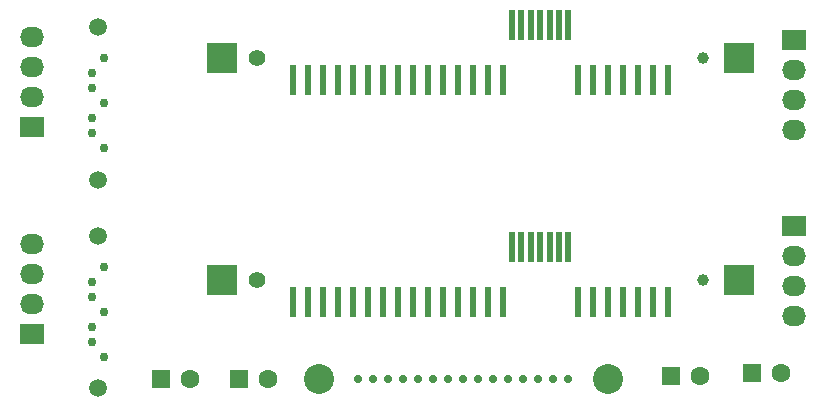
<source format=gbr>
%TF.GenerationSoftware,KiCad,Pcbnew,(5.1.10)-1*%
%TF.CreationDate,2021-07-14T07:55:42+08:00*%
%TF.ProjectId,2.5_SAS_Backend,322e355f-5341-4535-9f42-61636b656e64,rev?*%
%TF.SameCoordinates,Original*%
%TF.FileFunction,Soldermask,Bot*%
%TF.FilePolarity,Negative*%
%FSLAX46Y46*%
G04 Gerber Fmt 4.6, Leading zero omitted, Abs format (unit mm)*
G04 Created by KiCad (PCBNEW (5.1.10)-1) date 2021-07-14 07:55:42*
%MOMM*%
%LPD*%
G01*
G04 APERTURE LIST*
%ADD10C,1.600000*%
%ADD11R,1.600000X1.600000*%
%ADD12R,2.030000X1.730000*%
%ADD13O,2.030000X1.730000*%
%ADD14C,0.700000*%
%ADD15C,2.540000*%
%ADD16C,1.500000*%
%ADD17C,0.750000*%
%ADD18R,2.600000X2.600000*%
%ADD19C,1.000000*%
%ADD20C,1.400000*%
%ADD21R,0.600000X2.530000*%
%ADD22R,0.500000X2.530000*%
G04 APERTURE END LIST*
D10*
%TO.C,C1*%
X47204000Y-64262000D03*
D11*
X44704000Y-64262000D03*
%TD*%
D12*
%TO.C,M4*%
X33782000Y-60452000D03*
D13*
X33782000Y-57912000D03*
X33782000Y-55372000D03*
X33782000Y-52832000D03*
%TD*%
D12*
%TO.C,M3*%
X33782000Y-42926000D03*
D13*
X33782000Y-40386000D03*
X33782000Y-37846000D03*
X33782000Y-35306000D03*
%TD*%
D12*
%TO.C,M2*%
X98298000Y-35560000D03*
D13*
X98298000Y-38100000D03*
X98298000Y-40640000D03*
X98298000Y-43180000D03*
%TD*%
D12*
%TO.C,M1*%
X98298000Y-51308000D03*
D13*
X98298000Y-53848000D03*
X98298000Y-56388000D03*
X98298000Y-58928000D03*
%TD*%
D10*
%TO.C,C4*%
X97242000Y-63754000D03*
D11*
X94742000Y-63754000D03*
%TD*%
D10*
%TO.C,C3*%
X90384000Y-64008000D03*
D11*
X87884000Y-64008000D03*
%TD*%
D10*
%TO.C,C2*%
X53808000Y-64262000D03*
D11*
X51308000Y-64262000D03*
%TD*%
D14*
%TO.C,U2*%
X62680000Y-64262000D03*
X63950000Y-64262000D03*
X61410000Y-64262000D03*
X67760000Y-64262000D03*
X65220000Y-64262000D03*
X66490000Y-64262000D03*
X69030000Y-64262000D03*
X70300000Y-64262000D03*
X71570000Y-64262000D03*
X72840000Y-64262000D03*
X74110000Y-64262000D03*
X75380000Y-64262000D03*
X76650000Y-64262000D03*
X77920000Y-64262000D03*
X79190000Y-64262000D03*
D15*
X58140600Y-64262000D03*
X82550000Y-64262000D03*
%TD*%
D16*
%TO.C,U5*%
X39370000Y-52084000D03*
X39370000Y-65024000D03*
D17*
X39870000Y-54744000D03*
X38870000Y-56014000D03*
X38870000Y-57284000D03*
X39870000Y-58554000D03*
X38870000Y-59824000D03*
X38870000Y-61094000D03*
X39870000Y-62364000D03*
%TD*%
D16*
%TO.C,U3*%
X39370000Y-34424000D03*
X39370000Y-47364000D03*
D17*
X39870000Y-37084000D03*
X38870000Y-38354000D03*
X38870000Y-39624000D03*
X39870000Y-40894000D03*
X38870000Y-42164000D03*
X38870000Y-43434000D03*
X39870000Y-44704000D03*
%TD*%
D18*
%TO.C,U4*%
X93630000Y-55880000D03*
X49880000Y-55880000D03*
D19*
X90630000Y-55880000D03*
D20*
X52880000Y-55880000D03*
D21*
X87630000Y-57710000D03*
X86360000Y-57710000D03*
X85090000Y-57710000D03*
X83820000Y-57710000D03*
X82550000Y-57710000D03*
X81280000Y-57710000D03*
X80010000Y-57710000D03*
D22*
X79235000Y-53040000D03*
X78435000Y-53040000D03*
X77635000Y-53040000D03*
X76835000Y-53040000D03*
X76035000Y-53040000D03*
X75235000Y-53040000D03*
X74435000Y-53040000D03*
D21*
X73660000Y-57710000D03*
X72390000Y-57710000D03*
X71120000Y-57710000D03*
X69850000Y-57710000D03*
X68580000Y-57710000D03*
X67310000Y-57710000D03*
X66040000Y-57710000D03*
X64770000Y-57710000D03*
X63500000Y-57710000D03*
X62230000Y-57710000D03*
X60960000Y-57710000D03*
X59690000Y-57710000D03*
X58420000Y-57710000D03*
X57150000Y-57710000D03*
X55880000Y-57710000D03*
%TD*%
D18*
%TO.C,U1*%
X93630000Y-37084000D03*
X49880000Y-37084000D03*
D19*
X90630000Y-37084000D03*
D20*
X52880000Y-37084000D03*
D21*
X87630000Y-38914000D03*
X86360000Y-38914000D03*
X85090000Y-38914000D03*
X83820000Y-38914000D03*
X82550000Y-38914000D03*
X81280000Y-38914000D03*
X80010000Y-38914000D03*
D22*
X79235000Y-34244000D03*
X78435000Y-34244000D03*
X77635000Y-34244000D03*
X76835000Y-34244000D03*
X76035000Y-34244000D03*
X75235000Y-34244000D03*
X74435000Y-34244000D03*
D21*
X73660000Y-38914000D03*
X72390000Y-38914000D03*
X71120000Y-38914000D03*
X69850000Y-38914000D03*
X68580000Y-38914000D03*
X67310000Y-38914000D03*
X66040000Y-38914000D03*
X64770000Y-38914000D03*
X63500000Y-38914000D03*
X62230000Y-38914000D03*
X60960000Y-38914000D03*
X59690000Y-38914000D03*
X58420000Y-38914000D03*
X57150000Y-38914000D03*
X55880000Y-38914000D03*
%TD*%
M02*

</source>
